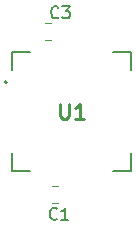
<source format=gbr>
%TF.GenerationSoftware,KiCad,Pcbnew,(6.0.0)*%
%TF.CreationDate,2022-03-17T14:10:59-06:00*%
%TF.ProjectId,sensor-co2,73656e73-6f72-42d6-936f-322e6b696361,rev?*%
%TF.SameCoordinates,Original*%
%TF.FileFunction,Legend,Top*%
%TF.FilePolarity,Positive*%
%FSLAX46Y46*%
G04 Gerber Fmt 4.6, Leading zero omitted, Abs format (unit mm)*
G04 Created by KiCad (PCBNEW (6.0.0)) date 2022-03-17 14:10:59*
%MOMM*%
%LPD*%
G01*
G04 APERTURE LIST*
%ADD10C,0.254000*%
%ADD11C,0.150000*%
%ADD12C,0.200000*%
%ADD13C,0.120000*%
G04 APERTURE END LIST*
D10*
%TO.C,U1*%
X136262380Y-85134523D02*
X136262380Y-86162619D01*
X136322857Y-86283571D01*
X136383333Y-86344047D01*
X136504285Y-86404523D01*
X136746190Y-86404523D01*
X136867142Y-86344047D01*
X136927619Y-86283571D01*
X136988095Y-86162619D01*
X136988095Y-85134523D01*
X138258095Y-86404523D02*
X137532380Y-86404523D01*
X137895238Y-86404523D02*
X137895238Y-85134523D01*
X137774285Y-85315952D01*
X137653333Y-85436904D01*
X137532380Y-85497380D01*
D11*
%TO.C,C3*%
X136103333Y-77817142D02*
X136055714Y-77864761D01*
X135912857Y-77912380D01*
X135817619Y-77912380D01*
X135674761Y-77864761D01*
X135579523Y-77769523D01*
X135531904Y-77674285D01*
X135484285Y-77483809D01*
X135484285Y-77340952D01*
X135531904Y-77150476D01*
X135579523Y-77055238D01*
X135674761Y-76960000D01*
X135817619Y-76912380D01*
X135912857Y-76912380D01*
X136055714Y-76960000D01*
X136103333Y-77007619D01*
X136436666Y-76912380D02*
X137055714Y-76912380D01*
X136722380Y-77293333D01*
X136865238Y-77293333D01*
X136960476Y-77340952D01*
X137008095Y-77388571D01*
X137055714Y-77483809D01*
X137055714Y-77721904D01*
X137008095Y-77817142D01*
X136960476Y-77864761D01*
X136865238Y-77912380D01*
X136579523Y-77912380D01*
X136484285Y-77864761D01*
X136436666Y-77817142D01*
%TO.C,C1*%
X135977333Y-94877142D02*
X135929714Y-94924761D01*
X135786857Y-94972380D01*
X135691619Y-94972380D01*
X135548761Y-94924761D01*
X135453523Y-94829523D01*
X135405904Y-94734285D01*
X135358285Y-94543809D01*
X135358285Y-94400952D01*
X135405904Y-94210476D01*
X135453523Y-94115238D01*
X135548761Y-94020000D01*
X135691619Y-93972380D01*
X135786857Y-93972380D01*
X135929714Y-94020000D01*
X135977333Y-94067619D01*
X136929714Y-94972380D02*
X136358285Y-94972380D01*
X136644000Y-94972380D02*
X136644000Y-93972380D01*
X136548761Y-94115238D01*
X136453523Y-94210476D01*
X136358285Y-94258095D01*
D12*
%TO.C,U1*%
X131630000Y-83230000D02*
X131630000Y-83230000D01*
X132180000Y-80780000D02*
X132180000Y-82330000D01*
X142280000Y-80780000D02*
X142280000Y-82330000D01*
X132180000Y-90880000D02*
X132180000Y-89330000D01*
X140730000Y-90880000D02*
X142280000Y-90880000D01*
X131630000Y-83430000D02*
X131630000Y-83430000D01*
X133730000Y-90880000D02*
X132180000Y-90880000D01*
X142280000Y-90880000D02*
X142280000Y-89330000D01*
X133730000Y-80780000D02*
X132180000Y-80780000D01*
X140730000Y-80780000D02*
X142280000Y-80780000D01*
X131630000Y-83430000D02*
G75*
G03*
X131630000Y-83230000I0J100000D01*
G01*
X131630000Y-83230000D02*
G75*
G03*
X131630000Y-83430000I0J-100000D01*
G01*
D13*
%TO.C,C3*%
X135511252Y-78315000D02*
X134988748Y-78315000D01*
X135511252Y-79785000D02*
X134988748Y-79785000D01*
%TO.C,C1*%
X136081252Y-92105000D02*
X135558748Y-92105000D01*
X136081252Y-93575000D02*
X135558748Y-93575000D01*
%TD*%
M02*

</source>
